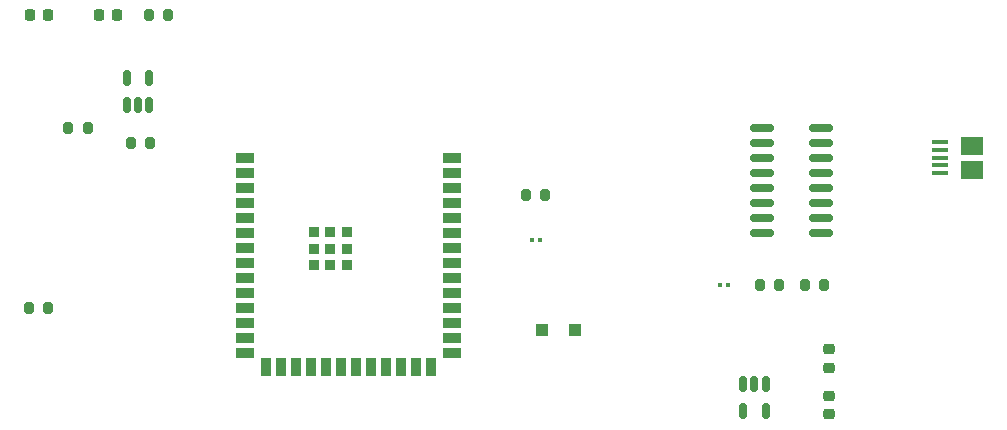
<source format=gtp>
G04 #@! TF.GenerationSoftware,KiCad,Pcbnew,(6.0.7-1)-1*
G04 #@! TF.CreationDate,2022-11-10T23:35:09-08:00*
G04 #@! TF.ProjectId,Lightsaber,4c696768-7473-4616-9265-722e6b696361,rev?*
G04 #@! TF.SameCoordinates,Original*
G04 #@! TF.FileFunction,Paste,Top*
G04 #@! TF.FilePolarity,Positive*
%FSLAX46Y46*%
G04 Gerber Fmt 4.6, Leading zero omitted, Abs format (unit mm)*
G04 Created by KiCad (PCBNEW (6.0.7-1)-1) date 2022-11-10 23:35:09*
%MOMM*%
%LPD*%
G01*
G04 APERTURE LIST*
G04 Aperture macros list*
%AMRoundRect*
0 Rectangle with rounded corners*
0 $1 Rounding radius*
0 $2 $3 $4 $5 $6 $7 $8 $9 X,Y pos of 4 corners*
0 Add a 4 corners polygon primitive as box body*
4,1,4,$2,$3,$4,$5,$6,$7,$8,$9,$2,$3,0*
0 Add four circle primitives for the rounded corners*
1,1,$1+$1,$2,$3*
1,1,$1+$1,$4,$5*
1,1,$1+$1,$6,$7*
1,1,$1+$1,$8,$9*
0 Add four rect primitives between the rounded corners*
20,1,$1+$1,$2,$3,$4,$5,0*
20,1,$1+$1,$4,$5,$6,$7,0*
20,1,$1+$1,$6,$7,$8,$9,0*
20,1,$1+$1,$8,$9,$2,$3,0*%
G04 Aperture macros list end*
%ADD10RoundRect,0.200000X0.200000X0.275000X-0.200000X0.275000X-0.200000X-0.275000X0.200000X-0.275000X0*%
%ADD11RoundRect,0.150000X0.150000X-0.512500X0.150000X0.512500X-0.150000X0.512500X-0.150000X-0.512500X0*%
%ADD12RoundRect,0.200000X-0.200000X-0.275000X0.200000X-0.275000X0.200000X0.275000X-0.200000X0.275000X0*%
%ADD13R,1.100000X1.100000*%
%ADD14RoundRect,0.079500X-0.079500X-0.100500X0.079500X-0.100500X0.079500X0.100500X-0.079500X0.100500X0*%
%ADD15RoundRect,0.225000X0.250000X-0.225000X0.250000X0.225000X-0.250000X0.225000X-0.250000X-0.225000X0*%
%ADD16RoundRect,0.225000X-0.225000X-0.250000X0.225000X-0.250000X0.225000X0.250000X-0.225000X0.250000X0*%
%ADD17R,1.500000X0.900000*%
%ADD18R,0.900000X1.500000*%
%ADD19R,0.900000X0.900000*%
%ADD20RoundRect,0.150000X-0.150000X0.512500X-0.150000X-0.512500X0.150000X-0.512500X0.150000X0.512500X0*%
%ADD21R,1.350000X0.400000*%
%ADD22R,1.900000X1.500000*%
%ADD23RoundRect,0.150000X-0.850000X-0.150000X0.850000X-0.150000X0.850000X0.150000X-0.850000X0.150000X0*%
G04 APERTURE END LIST*
D10*
X111315000Y-90805000D03*
X109665000Y-90805000D03*
D11*
X114620000Y-86625000D03*
X116520000Y-86625000D03*
X116520000Y-88900000D03*
X115570000Y-88900000D03*
X114620000Y-88900000D03*
D12*
X148400000Y-96520000D03*
X150050000Y-96520000D03*
X118110000Y-81280000D03*
X116460000Y-81280000D03*
D13*
X149730000Y-107950000D03*
X152530000Y-107950000D03*
D14*
X148880000Y-100330000D03*
X149570000Y-100330000D03*
D15*
X174085000Y-113525000D03*
X174085000Y-115075000D03*
D16*
X107950000Y-81280000D03*
X106400000Y-81280000D03*
D15*
X174085000Y-109575000D03*
X174085000Y-111125000D03*
D17*
X124600000Y-93340000D03*
X124600000Y-94610000D03*
X124600000Y-95880000D03*
X124600000Y-97150000D03*
X124600000Y-98420000D03*
X124600000Y-99690000D03*
X124600000Y-100960000D03*
X124600000Y-102230000D03*
X124600000Y-103500000D03*
X124600000Y-104770000D03*
X124600000Y-106040000D03*
X124600000Y-107310000D03*
X124600000Y-108580000D03*
X124600000Y-109850000D03*
D18*
X126365000Y-111100000D03*
X127635000Y-111100000D03*
X128905000Y-111100000D03*
X130175000Y-111100000D03*
X131445000Y-111100000D03*
X132715000Y-111100000D03*
X133985000Y-111100000D03*
X135255000Y-111100000D03*
X136525000Y-111100000D03*
X137795000Y-111100000D03*
X139065000Y-111100000D03*
X140335000Y-111100000D03*
D17*
X142100000Y-109850000D03*
X142100000Y-108580000D03*
X142100000Y-107310000D03*
X142100000Y-106040000D03*
X142100000Y-104770000D03*
X142100000Y-103500000D03*
X142100000Y-102230000D03*
X142100000Y-100960000D03*
X142100000Y-99690000D03*
X142100000Y-98420000D03*
X142100000Y-97150000D03*
X142100000Y-95880000D03*
X142100000Y-94610000D03*
X142100000Y-93340000D03*
D19*
X131850000Y-102460000D03*
X130450000Y-102460000D03*
X131850000Y-101060000D03*
X133250000Y-102460000D03*
X130450000Y-101060000D03*
X131850000Y-99660000D03*
X133250000Y-99660000D03*
X133250000Y-101060000D03*
X130450000Y-99660000D03*
D12*
X168180000Y-104140000D03*
X169830000Y-104140000D03*
D16*
X112255000Y-81280000D03*
X113805000Y-81280000D03*
D12*
X106300000Y-106045000D03*
X107950000Y-106045000D03*
D20*
X168685000Y-112527500D03*
X167735000Y-112527500D03*
X166785000Y-112527500D03*
X166785000Y-114802500D03*
X168685000Y-114802500D03*
D12*
X114935000Y-92075000D03*
X116585000Y-92075000D03*
D14*
X165540000Y-104140000D03*
X164850000Y-104140000D03*
D12*
X173640000Y-104140000D03*
X171990000Y-104140000D03*
D21*
X183449500Y-94645000D03*
X183449500Y-93995000D03*
X183449500Y-93345000D03*
X183449500Y-92695000D03*
X183449500Y-92045000D03*
D22*
X186149500Y-92345000D03*
X186149500Y-94345000D03*
D23*
X168410000Y-90805000D03*
X168410000Y-92075000D03*
X168410000Y-93345000D03*
X168410000Y-94615000D03*
X168410000Y-95885000D03*
X168410000Y-97155000D03*
X168410000Y-98425000D03*
X168410000Y-99695000D03*
X173410000Y-99695000D03*
X173410000Y-98425000D03*
X173410000Y-97155000D03*
X173410000Y-95885000D03*
X173410000Y-94615000D03*
X173410000Y-93345000D03*
X173410000Y-92075000D03*
X173410000Y-90805000D03*
M02*

</source>
